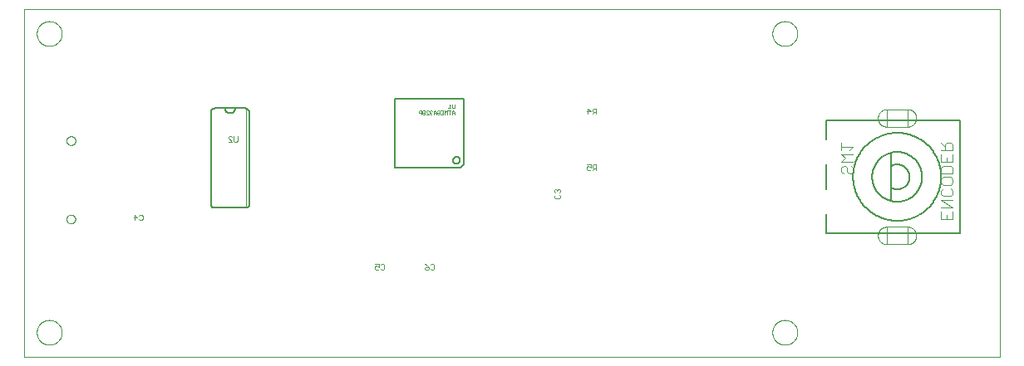
<source format=gbo>
G75*
%MOIN*%
%OFA0B0*%
%FSLAX25Y25*%
%IPPOS*%
%LPD*%
%AMOC8*
5,1,8,0,0,1.08239X$1,22.5*
%
%ADD10C,0.00000*%
%ADD11C,0.00600*%
%ADD12C,0.00200*%
%ADD13C,0.00100*%
%ADD14C,0.00800*%
%ADD15C,0.00400*%
D10*
X0001600Y0001600D02*
X0001600Y0141561D01*
X0392801Y0141561D01*
X0392801Y0001600D01*
X0001600Y0001600D01*
X0006600Y0011600D02*
X0006602Y0011741D01*
X0006608Y0011882D01*
X0006618Y0012022D01*
X0006632Y0012162D01*
X0006650Y0012302D01*
X0006671Y0012441D01*
X0006697Y0012580D01*
X0006726Y0012718D01*
X0006760Y0012854D01*
X0006797Y0012990D01*
X0006838Y0013125D01*
X0006883Y0013259D01*
X0006932Y0013391D01*
X0006984Y0013522D01*
X0007040Y0013651D01*
X0007100Y0013778D01*
X0007163Y0013904D01*
X0007229Y0014028D01*
X0007300Y0014151D01*
X0007373Y0014271D01*
X0007450Y0014389D01*
X0007530Y0014505D01*
X0007614Y0014618D01*
X0007700Y0014729D01*
X0007790Y0014838D01*
X0007883Y0014944D01*
X0007978Y0015047D01*
X0008077Y0015148D01*
X0008178Y0015246D01*
X0008282Y0015341D01*
X0008389Y0015433D01*
X0008498Y0015522D01*
X0008610Y0015607D01*
X0008724Y0015690D01*
X0008840Y0015770D01*
X0008959Y0015846D01*
X0009080Y0015918D01*
X0009202Y0015988D01*
X0009327Y0016053D01*
X0009453Y0016116D01*
X0009581Y0016174D01*
X0009711Y0016229D01*
X0009842Y0016281D01*
X0009975Y0016328D01*
X0010109Y0016372D01*
X0010244Y0016413D01*
X0010380Y0016449D01*
X0010517Y0016481D01*
X0010655Y0016510D01*
X0010793Y0016535D01*
X0010933Y0016555D01*
X0011073Y0016572D01*
X0011213Y0016585D01*
X0011354Y0016594D01*
X0011494Y0016599D01*
X0011635Y0016600D01*
X0011776Y0016597D01*
X0011917Y0016590D01*
X0012057Y0016579D01*
X0012197Y0016564D01*
X0012337Y0016545D01*
X0012476Y0016523D01*
X0012614Y0016496D01*
X0012752Y0016466D01*
X0012888Y0016431D01*
X0013024Y0016393D01*
X0013158Y0016351D01*
X0013292Y0016305D01*
X0013424Y0016256D01*
X0013554Y0016202D01*
X0013683Y0016145D01*
X0013810Y0016085D01*
X0013936Y0016021D01*
X0014059Y0015953D01*
X0014181Y0015882D01*
X0014301Y0015808D01*
X0014418Y0015730D01*
X0014533Y0015649D01*
X0014646Y0015565D01*
X0014757Y0015478D01*
X0014865Y0015387D01*
X0014970Y0015294D01*
X0015073Y0015197D01*
X0015173Y0015098D01*
X0015270Y0014996D01*
X0015364Y0014891D01*
X0015455Y0014784D01*
X0015543Y0014674D01*
X0015628Y0014562D01*
X0015710Y0014447D01*
X0015789Y0014330D01*
X0015864Y0014211D01*
X0015936Y0014090D01*
X0016004Y0013967D01*
X0016069Y0013842D01*
X0016131Y0013715D01*
X0016188Y0013586D01*
X0016243Y0013456D01*
X0016293Y0013325D01*
X0016340Y0013192D01*
X0016383Y0013058D01*
X0016422Y0012922D01*
X0016457Y0012786D01*
X0016489Y0012649D01*
X0016516Y0012511D01*
X0016540Y0012372D01*
X0016560Y0012232D01*
X0016576Y0012092D01*
X0016588Y0011952D01*
X0016596Y0011811D01*
X0016600Y0011670D01*
X0016600Y0011530D01*
X0016596Y0011389D01*
X0016588Y0011248D01*
X0016576Y0011108D01*
X0016560Y0010968D01*
X0016540Y0010828D01*
X0016516Y0010689D01*
X0016489Y0010551D01*
X0016457Y0010414D01*
X0016422Y0010278D01*
X0016383Y0010142D01*
X0016340Y0010008D01*
X0016293Y0009875D01*
X0016243Y0009744D01*
X0016188Y0009614D01*
X0016131Y0009485D01*
X0016069Y0009358D01*
X0016004Y0009233D01*
X0015936Y0009110D01*
X0015864Y0008989D01*
X0015789Y0008870D01*
X0015710Y0008753D01*
X0015628Y0008638D01*
X0015543Y0008526D01*
X0015455Y0008416D01*
X0015364Y0008309D01*
X0015270Y0008204D01*
X0015173Y0008102D01*
X0015073Y0008003D01*
X0014970Y0007906D01*
X0014865Y0007813D01*
X0014757Y0007722D01*
X0014646Y0007635D01*
X0014533Y0007551D01*
X0014418Y0007470D01*
X0014301Y0007392D01*
X0014181Y0007318D01*
X0014059Y0007247D01*
X0013936Y0007179D01*
X0013810Y0007115D01*
X0013683Y0007055D01*
X0013554Y0006998D01*
X0013424Y0006944D01*
X0013292Y0006895D01*
X0013158Y0006849D01*
X0013024Y0006807D01*
X0012888Y0006769D01*
X0012752Y0006734D01*
X0012614Y0006704D01*
X0012476Y0006677D01*
X0012337Y0006655D01*
X0012197Y0006636D01*
X0012057Y0006621D01*
X0011917Y0006610D01*
X0011776Y0006603D01*
X0011635Y0006600D01*
X0011494Y0006601D01*
X0011354Y0006606D01*
X0011213Y0006615D01*
X0011073Y0006628D01*
X0010933Y0006645D01*
X0010793Y0006665D01*
X0010655Y0006690D01*
X0010517Y0006719D01*
X0010380Y0006751D01*
X0010244Y0006787D01*
X0010109Y0006828D01*
X0009975Y0006872D01*
X0009842Y0006919D01*
X0009711Y0006971D01*
X0009581Y0007026D01*
X0009453Y0007084D01*
X0009327Y0007147D01*
X0009202Y0007212D01*
X0009080Y0007282D01*
X0008959Y0007354D01*
X0008840Y0007430D01*
X0008724Y0007510D01*
X0008610Y0007593D01*
X0008498Y0007678D01*
X0008389Y0007767D01*
X0008282Y0007859D01*
X0008178Y0007954D01*
X0008077Y0008052D01*
X0007978Y0008153D01*
X0007883Y0008256D01*
X0007790Y0008362D01*
X0007700Y0008471D01*
X0007614Y0008582D01*
X0007530Y0008695D01*
X0007450Y0008811D01*
X0007373Y0008929D01*
X0007300Y0009049D01*
X0007229Y0009172D01*
X0007163Y0009296D01*
X0007100Y0009422D01*
X0007040Y0009549D01*
X0006984Y0009678D01*
X0006932Y0009809D01*
X0006883Y0009941D01*
X0006838Y0010075D01*
X0006797Y0010210D01*
X0006760Y0010346D01*
X0006726Y0010482D01*
X0006697Y0010620D01*
X0006671Y0010759D01*
X0006650Y0010898D01*
X0006632Y0011038D01*
X0006618Y0011178D01*
X0006608Y0011318D01*
X0006602Y0011459D01*
X0006600Y0011600D01*
X0018489Y0057092D02*
X0018491Y0057176D01*
X0018497Y0057259D01*
X0018507Y0057342D01*
X0018521Y0057425D01*
X0018538Y0057507D01*
X0018560Y0057588D01*
X0018585Y0057667D01*
X0018614Y0057746D01*
X0018647Y0057823D01*
X0018683Y0057898D01*
X0018723Y0057972D01*
X0018766Y0058044D01*
X0018813Y0058113D01*
X0018863Y0058180D01*
X0018916Y0058245D01*
X0018972Y0058307D01*
X0019030Y0058367D01*
X0019092Y0058424D01*
X0019156Y0058477D01*
X0019223Y0058528D01*
X0019292Y0058575D01*
X0019363Y0058620D01*
X0019436Y0058660D01*
X0019511Y0058697D01*
X0019588Y0058731D01*
X0019666Y0058761D01*
X0019745Y0058787D01*
X0019826Y0058810D01*
X0019908Y0058828D01*
X0019990Y0058843D01*
X0020073Y0058854D01*
X0020156Y0058861D01*
X0020240Y0058864D01*
X0020324Y0058863D01*
X0020407Y0058858D01*
X0020491Y0058849D01*
X0020573Y0058836D01*
X0020655Y0058820D01*
X0020736Y0058799D01*
X0020817Y0058775D01*
X0020895Y0058747D01*
X0020973Y0058715D01*
X0021049Y0058679D01*
X0021123Y0058640D01*
X0021195Y0058598D01*
X0021265Y0058552D01*
X0021333Y0058503D01*
X0021398Y0058451D01*
X0021461Y0058396D01*
X0021521Y0058338D01*
X0021579Y0058277D01*
X0021633Y0058213D01*
X0021685Y0058147D01*
X0021733Y0058079D01*
X0021778Y0058008D01*
X0021819Y0057935D01*
X0021858Y0057861D01*
X0021892Y0057785D01*
X0021923Y0057707D01*
X0021950Y0057628D01*
X0021974Y0057547D01*
X0021993Y0057466D01*
X0022009Y0057384D01*
X0022021Y0057301D01*
X0022029Y0057217D01*
X0022033Y0057134D01*
X0022033Y0057050D01*
X0022029Y0056967D01*
X0022021Y0056883D01*
X0022009Y0056800D01*
X0021993Y0056718D01*
X0021974Y0056637D01*
X0021950Y0056556D01*
X0021923Y0056477D01*
X0021892Y0056399D01*
X0021858Y0056323D01*
X0021819Y0056249D01*
X0021778Y0056176D01*
X0021733Y0056105D01*
X0021685Y0056037D01*
X0021633Y0055971D01*
X0021579Y0055907D01*
X0021521Y0055846D01*
X0021461Y0055788D01*
X0021398Y0055733D01*
X0021333Y0055681D01*
X0021265Y0055632D01*
X0021195Y0055586D01*
X0021123Y0055544D01*
X0021049Y0055505D01*
X0020973Y0055469D01*
X0020895Y0055437D01*
X0020817Y0055409D01*
X0020736Y0055385D01*
X0020655Y0055364D01*
X0020573Y0055348D01*
X0020491Y0055335D01*
X0020407Y0055326D01*
X0020324Y0055321D01*
X0020240Y0055320D01*
X0020156Y0055323D01*
X0020073Y0055330D01*
X0019990Y0055341D01*
X0019908Y0055356D01*
X0019826Y0055374D01*
X0019745Y0055397D01*
X0019666Y0055423D01*
X0019588Y0055453D01*
X0019511Y0055487D01*
X0019436Y0055524D01*
X0019363Y0055564D01*
X0019292Y0055609D01*
X0019223Y0055656D01*
X0019156Y0055707D01*
X0019092Y0055760D01*
X0019030Y0055817D01*
X0018972Y0055877D01*
X0018916Y0055939D01*
X0018863Y0056004D01*
X0018813Y0056071D01*
X0018766Y0056140D01*
X0018723Y0056212D01*
X0018683Y0056286D01*
X0018647Y0056361D01*
X0018614Y0056438D01*
X0018585Y0056517D01*
X0018560Y0056596D01*
X0018538Y0056677D01*
X0018521Y0056759D01*
X0018507Y0056842D01*
X0018497Y0056925D01*
X0018491Y0057008D01*
X0018489Y0057092D01*
X0018489Y0088588D02*
X0018491Y0088672D01*
X0018497Y0088755D01*
X0018507Y0088838D01*
X0018521Y0088921D01*
X0018538Y0089003D01*
X0018560Y0089084D01*
X0018585Y0089163D01*
X0018614Y0089242D01*
X0018647Y0089319D01*
X0018683Y0089394D01*
X0018723Y0089468D01*
X0018766Y0089540D01*
X0018813Y0089609D01*
X0018863Y0089676D01*
X0018916Y0089741D01*
X0018972Y0089803D01*
X0019030Y0089863D01*
X0019092Y0089920D01*
X0019156Y0089973D01*
X0019223Y0090024D01*
X0019292Y0090071D01*
X0019363Y0090116D01*
X0019436Y0090156D01*
X0019511Y0090193D01*
X0019588Y0090227D01*
X0019666Y0090257D01*
X0019745Y0090283D01*
X0019826Y0090306D01*
X0019908Y0090324D01*
X0019990Y0090339D01*
X0020073Y0090350D01*
X0020156Y0090357D01*
X0020240Y0090360D01*
X0020324Y0090359D01*
X0020407Y0090354D01*
X0020491Y0090345D01*
X0020573Y0090332D01*
X0020655Y0090316D01*
X0020736Y0090295D01*
X0020817Y0090271D01*
X0020895Y0090243D01*
X0020973Y0090211D01*
X0021049Y0090175D01*
X0021123Y0090136D01*
X0021195Y0090094D01*
X0021265Y0090048D01*
X0021333Y0089999D01*
X0021398Y0089947D01*
X0021461Y0089892D01*
X0021521Y0089834D01*
X0021579Y0089773D01*
X0021633Y0089709D01*
X0021685Y0089643D01*
X0021733Y0089575D01*
X0021778Y0089504D01*
X0021819Y0089431D01*
X0021858Y0089357D01*
X0021892Y0089281D01*
X0021923Y0089203D01*
X0021950Y0089124D01*
X0021974Y0089043D01*
X0021993Y0088962D01*
X0022009Y0088880D01*
X0022021Y0088797D01*
X0022029Y0088713D01*
X0022033Y0088630D01*
X0022033Y0088546D01*
X0022029Y0088463D01*
X0022021Y0088379D01*
X0022009Y0088296D01*
X0021993Y0088214D01*
X0021974Y0088133D01*
X0021950Y0088052D01*
X0021923Y0087973D01*
X0021892Y0087895D01*
X0021858Y0087819D01*
X0021819Y0087745D01*
X0021778Y0087672D01*
X0021733Y0087601D01*
X0021685Y0087533D01*
X0021633Y0087467D01*
X0021579Y0087403D01*
X0021521Y0087342D01*
X0021461Y0087284D01*
X0021398Y0087229D01*
X0021333Y0087177D01*
X0021265Y0087128D01*
X0021195Y0087082D01*
X0021123Y0087040D01*
X0021049Y0087001D01*
X0020973Y0086965D01*
X0020895Y0086933D01*
X0020817Y0086905D01*
X0020736Y0086881D01*
X0020655Y0086860D01*
X0020573Y0086844D01*
X0020491Y0086831D01*
X0020407Y0086822D01*
X0020324Y0086817D01*
X0020240Y0086816D01*
X0020156Y0086819D01*
X0020073Y0086826D01*
X0019990Y0086837D01*
X0019908Y0086852D01*
X0019826Y0086870D01*
X0019745Y0086893D01*
X0019666Y0086919D01*
X0019588Y0086949D01*
X0019511Y0086983D01*
X0019436Y0087020D01*
X0019363Y0087060D01*
X0019292Y0087105D01*
X0019223Y0087152D01*
X0019156Y0087203D01*
X0019092Y0087256D01*
X0019030Y0087313D01*
X0018972Y0087373D01*
X0018916Y0087435D01*
X0018863Y0087500D01*
X0018813Y0087567D01*
X0018766Y0087636D01*
X0018723Y0087708D01*
X0018683Y0087782D01*
X0018647Y0087857D01*
X0018614Y0087934D01*
X0018585Y0088013D01*
X0018560Y0088092D01*
X0018538Y0088173D01*
X0018521Y0088255D01*
X0018507Y0088338D01*
X0018497Y0088421D01*
X0018491Y0088504D01*
X0018489Y0088588D01*
X0006600Y0131600D02*
X0006602Y0131741D01*
X0006608Y0131882D01*
X0006618Y0132022D01*
X0006632Y0132162D01*
X0006650Y0132302D01*
X0006671Y0132441D01*
X0006697Y0132580D01*
X0006726Y0132718D01*
X0006760Y0132854D01*
X0006797Y0132990D01*
X0006838Y0133125D01*
X0006883Y0133259D01*
X0006932Y0133391D01*
X0006984Y0133522D01*
X0007040Y0133651D01*
X0007100Y0133778D01*
X0007163Y0133904D01*
X0007229Y0134028D01*
X0007300Y0134151D01*
X0007373Y0134271D01*
X0007450Y0134389D01*
X0007530Y0134505D01*
X0007614Y0134618D01*
X0007700Y0134729D01*
X0007790Y0134838D01*
X0007883Y0134944D01*
X0007978Y0135047D01*
X0008077Y0135148D01*
X0008178Y0135246D01*
X0008282Y0135341D01*
X0008389Y0135433D01*
X0008498Y0135522D01*
X0008610Y0135607D01*
X0008724Y0135690D01*
X0008840Y0135770D01*
X0008959Y0135846D01*
X0009080Y0135918D01*
X0009202Y0135988D01*
X0009327Y0136053D01*
X0009453Y0136116D01*
X0009581Y0136174D01*
X0009711Y0136229D01*
X0009842Y0136281D01*
X0009975Y0136328D01*
X0010109Y0136372D01*
X0010244Y0136413D01*
X0010380Y0136449D01*
X0010517Y0136481D01*
X0010655Y0136510D01*
X0010793Y0136535D01*
X0010933Y0136555D01*
X0011073Y0136572D01*
X0011213Y0136585D01*
X0011354Y0136594D01*
X0011494Y0136599D01*
X0011635Y0136600D01*
X0011776Y0136597D01*
X0011917Y0136590D01*
X0012057Y0136579D01*
X0012197Y0136564D01*
X0012337Y0136545D01*
X0012476Y0136523D01*
X0012614Y0136496D01*
X0012752Y0136466D01*
X0012888Y0136431D01*
X0013024Y0136393D01*
X0013158Y0136351D01*
X0013292Y0136305D01*
X0013424Y0136256D01*
X0013554Y0136202D01*
X0013683Y0136145D01*
X0013810Y0136085D01*
X0013936Y0136021D01*
X0014059Y0135953D01*
X0014181Y0135882D01*
X0014301Y0135808D01*
X0014418Y0135730D01*
X0014533Y0135649D01*
X0014646Y0135565D01*
X0014757Y0135478D01*
X0014865Y0135387D01*
X0014970Y0135294D01*
X0015073Y0135197D01*
X0015173Y0135098D01*
X0015270Y0134996D01*
X0015364Y0134891D01*
X0015455Y0134784D01*
X0015543Y0134674D01*
X0015628Y0134562D01*
X0015710Y0134447D01*
X0015789Y0134330D01*
X0015864Y0134211D01*
X0015936Y0134090D01*
X0016004Y0133967D01*
X0016069Y0133842D01*
X0016131Y0133715D01*
X0016188Y0133586D01*
X0016243Y0133456D01*
X0016293Y0133325D01*
X0016340Y0133192D01*
X0016383Y0133058D01*
X0016422Y0132922D01*
X0016457Y0132786D01*
X0016489Y0132649D01*
X0016516Y0132511D01*
X0016540Y0132372D01*
X0016560Y0132232D01*
X0016576Y0132092D01*
X0016588Y0131952D01*
X0016596Y0131811D01*
X0016600Y0131670D01*
X0016600Y0131530D01*
X0016596Y0131389D01*
X0016588Y0131248D01*
X0016576Y0131108D01*
X0016560Y0130968D01*
X0016540Y0130828D01*
X0016516Y0130689D01*
X0016489Y0130551D01*
X0016457Y0130414D01*
X0016422Y0130278D01*
X0016383Y0130142D01*
X0016340Y0130008D01*
X0016293Y0129875D01*
X0016243Y0129744D01*
X0016188Y0129614D01*
X0016131Y0129485D01*
X0016069Y0129358D01*
X0016004Y0129233D01*
X0015936Y0129110D01*
X0015864Y0128989D01*
X0015789Y0128870D01*
X0015710Y0128753D01*
X0015628Y0128638D01*
X0015543Y0128526D01*
X0015455Y0128416D01*
X0015364Y0128309D01*
X0015270Y0128204D01*
X0015173Y0128102D01*
X0015073Y0128003D01*
X0014970Y0127906D01*
X0014865Y0127813D01*
X0014757Y0127722D01*
X0014646Y0127635D01*
X0014533Y0127551D01*
X0014418Y0127470D01*
X0014301Y0127392D01*
X0014181Y0127318D01*
X0014059Y0127247D01*
X0013936Y0127179D01*
X0013810Y0127115D01*
X0013683Y0127055D01*
X0013554Y0126998D01*
X0013424Y0126944D01*
X0013292Y0126895D01*
X0013158Y0126849D01*
X0013024Y0126807D01*
X0012888Y0126769D01*
X0012752Y0126734D01*
X0012614Y0126704D01*
X0012476Y0126677D01*
X0012337Y0126655D01*
X0012197Y0126636D01*
X0012057Y0126621D01*
X0011917Y0126610D01*
X0011776Y0126603D01*
X0011635Y0126600D01*
X0011494Y0126601D01*
X0011354Y0126606D01*
X0011213Y0126615D01*
X0011073Y0126628D01*
X0010933Y0126645D01*
X0010793Y0126665D01*
X0010655Y0126690D01*
X0010517Y0126719D01*
X0010380Y0126751D01*
X0010244Y0126787D01*
X0010109Y0126828D01*
X0009975Y0126872D01*
X0009842Y0126919D01*
X0009711Y0126971D01*
X0009581Y0127026D01*
X0009453Y0127084D01*
X0009327Y0127147D01*
X0009202Y0127212D01*
X0009080Y0127282D01*
X0008959Y0127354D01*
X0008840Y0127430D01*
X0008724Y0127510D01*
X0008610Y0127593D01*
X0008498Y0127678D01*
X0008389Y0127767D01*
X0008282Y0127859D01*
X0008178Y0127954D01*
X0008077Y0128052D01*
X0007978Y0128153D01*
X0007883Y0128256D01*
X0007790Y0128362D01*
X0007700Y0128471D01*
X0007614Y0128582D01*
X0007530Y0128695D01*
X0007450Y0128811D01*
X0007373Y0128929D01*
X0007300Y0129049D01*
X0007229Y0129172D01*
X0007163Y0129296D01*
X0007100Y0129422D01*
X0007040Y0129549D01*
X0006984Y0129678D01*
X0006932Y0129809D01*
X0006883Y0129941D01*
X0006838Y0130075D01*
X0006797Y0130210D01*
X0006760Y0130346D01*
X0006726Y0130482D01*
X0006697Y0130620D01*
X0006671Y0130759D01*
X0006650Y0130898D01*
X0006632Y0131038D01*
X0006618Y0131178D01*
X0006608Y0131318D01*
X0006602Y0131459D01*
X0006600Y0131600D01*
X0301600Y0131600D02*
X0301602Y0131741D01*
X0301608Y0131882D01*
X0301618Y0132022D01*
X0301632Y0132162D01*
X0301650Y0132302D01*
X0301671Y0132441D01*
X0301697Y0132580D01*
X0301726Y0132718D01*
X0301760Y0132854D01*
X0301797Y0132990D01*
X0301838Y0133125D01*
X0301883Y0133259D01*
X0301932Y0133391D01*
X0301984Y0133522D01*
X0302040Y0133651D01*
X0302100Y0133778D01*
X0302163Y0133904D01*
X0302229Y0134028D01*
X0302300Y0134151D01*
X0302373Y0134271D01*
X0302450Y0134389D01*
X0302530Y0134505D01*
X0302614Y0134618D01*
X0302700Y0134729D01*
X0302790Y0134838D01*
X0302883Y0134944D01*
X0302978Y0135047D01*
X0303077Y0135148D01*
X0303178Y0135246D01*
X0303282Y0135341D01*
X0303389Y0135433D01*
X0303498Y0135522D01*
X0303610Y0135607D01*
X0303724Y0135690D01*
X0303840Y0135770D01*
X0303959Y0135846D01*
X0304080Y0135918D01*
X0304202Y0135988D01*
X0304327Y0136053D01*
X0304453Y0136116D01*
X0304581Y0136174D01*
X0304711Y0136229D01*
X0304842Y0136281D01*
X0304975Y0136328D01*
X0305109Y0136372D01*
X0305244Y0136413D01*
X0305380Y0136449D01*
X0305517Y0136481D01*
X0305655Y0136510D01*
X0305793Y0136535D01*
X0305933Y0136555D01*
X0306073Y0136572D01*
X0306213Y0136585D01*
X0306354Y0136594D01*
X0306494Y0136599D01*
X0306635Y0136600D01*
X0306776Y0136597D01*
X0306917Y0136590D01*
X0307057Y0136579D01*
X0307197Y0136564D01*
X0307337Y0136545D01*
X0307476Y0136523D01*
X0307614Y0136496D01*
X0307752Y0136466D01*
X0307888Y0136431D01*
X0308024Y0136393D01*
X0308158Y0136351D01*
X0308292Y0136305D01*
X0308424Y0136256D01*
X0308554Y0136202D01*
X0308683Y0136145D01*
X0308810Y0136085D01*
X0308936Y0136021D01*
X0309059Y0135953D01*
X0309181Y0135882D01*
X0309301Y0135808D01*
X0309418Y0135730D01*
X0309533Y0135649D01*
X0309646Y0135565D01*
X0309757Y0135478D01*
X0309865Y0135387D01*
X0309970Y0135294D01*
X0310073Y0135197D01*
X0310173Y0135098D01*
X0310270Y0134996D01*
X0310364Y0134891D01*
X0310455Y0134784D01*
X0310543Y0134674D01*
X0310628Y0134562D01*
X0310710Y0134447D01*
X0310789Y0134330D01*
X0310864Y0134211D01*
X0310936Y0134090D01*
X0311004Y0133967D01*
X0311069Y0133842D01*
X0311131Y0133715D01*
X0311188Y0133586D01*
X0311243Y0133456D01*
X0311293Y0133325D01*
X0311340Y0133192D01*
X0311383Y0133058D01*
X0311422Y0132922D01*
X0311457Y0132786D01*
X0311489Y0132649D01*
X0311516Y0132511D01*
X0311540Y0132372D01*
X0311560Y0132232D01*
X0311576Y0132092D01*
X0311588Y0131952D01*
X0311596Y0131811D01*
X0311600Y0131670D01*
X0311600Y0131530D01*
X0311596Y0131389D01*
X0311588Y0131248D01*
X0311576Y0131108D01*
X0311560Y0130968D01*
X0311540Y0130828D01*
X0311516Y0130689D01*
X0311489Y0130551D01*
X0311457Y0130414D01*
X0311422Y0130278D01*
X0311383Y0130142D01*
X0311340Y0130008D01*
X0311293Y0129875D01*
X0311243Y0129744D01*
X0311188Y0129614D01*
X0311131Y0129485D01*
X0311069Y0129358D01*
X0311004Y0129233D01*
X0310936Y0129110D01*
X0310864Y0128989D01*
X0310789Y0128870D01*
X0310710Y0128753D01*
X0310628Y0128638D01*
X0310543Y0128526D01*
X0310455Y0128416D01*
X0310364Y0128309D01*
X0310270Y0128204D01*
X0310173Y0128102D01*
X0310073Y0128003D01*
X0309970Y0127906D01*
X0309865Y0127813D01*
X0309757Y0127722D01*
X0309646Y0127635D01*
X0309533Y0127551D01*
X0309418Y0127470D01*
X0309301Y0127392D01*
X0309181Y0127318D01*
X0309059Y0127247D01*
X0308936Y0127179D01*
X0308810Y0127115D01*
X0308683Y0127055D01*
X0308554Y0126998D01*
X0308424Y0126944D01*
X0308292Y0126895D01*
X0308158Y0126849D01*
X0308024Y0126807D01*
X0307888Y0126769D01*
X0307752Y0126734D01*
X0307614Y0126704D01*
X0307476Y0126677D01*
X0307337Y0126655D01*
X0307197Y0126636D01*
X0307057Y0126621D01*
X0306917Y0126610D01*
X0306776Y0126603D01*
X0306635Y0126600D01*
X0306494Y0126601D01*
X0306354Y0126606D01*
X0306213Y0126615D01*
X0306073Y0126628D01*
X0305933Y0126645D01*
X0305793Y0126665D01*
X0305655Y0126690D01*
X0305517Y0126719D01*
X0305380Y0126751D01*
X0305244Y0126787D01*
X0305109Y0126828D01*
X0304975Y0126872D01*
X0304842Y0126919D01*
X0304711Y0126971D01*
X0304581Y0127026D01*
X0304453Y0127084D01*
X0304327Y0127147D01*
X0304202Y0127212D01*
X0304080Y0127282D01*
X0303959Y0127354D01*
X0303840Y0127430D01*
X0303724Y0127510D01*
X0303610Y0127593D01*
X0303498Y0127678D01*
X0303389Y0127767D01*
X0303282Y0127859D01*
X0303178Y0127954D01*
X0303077Y0128052D01*
X0302978Y0128153D01*
X0302883Y0128256D01*
X0302790Y0128362D01*
X0302700Y0128471D01*
X0302614Y0128582D01*
X0302530Y0128695D01*
X0302450Y0128811D01*
X0302373Y0128929D01*
X0302300Y0129049D01*
X0302229Y0129172D01*
X0302163Y0129296D01*
X0302100Y0129422D01*
X0302040Y0129549D01*
X0301984Y0129678D01*
X0301932Y0129809D01*
X0301883Y0129941D01*
X0301838Y0130075D01*
X0301797Y0130210D01*
X0301760Y0130346D01*
X0301726Y0130482D01*
X0301697Y0130620D01*
X0301671Y0130759D01*
X0301650Y0130898D01*
X0301632Y0131038D01*
X0301618Y0131178D01*
X0301608Y0131318D01*
X0301602Y0131459D01*
X0301600Y0131600D01*
X0347466Y0101265D02*
X0355734Y0101265D01*
X0347466Y0101265D01*
X0347466Y0094179D01*
X0355734Y0094179D01*
X0355734Y0101265D01*
X0355851Y0101263D01*
X0355968Y0101257D01*
X0356085Y0101248D01*
X0356201Y0101234D01*
X0356317Y0101217D01*
X0356432Y0101195D01*
X0356547Y0101170D01*
X0356660Y0101142D01*
X0356773Y0101109D01*
X0356884Y0101073D01*
X0356995Y0101033D01*
X0357103Y0100990D01*
X0357211Y0100943D01*
X0357316Y0100892D01*
X0357420Y0100838D01*
X0357522Y0100781D01*
X0357623Y0100720D01*
X0357721Y0100656D01*
X0357817Y0100588D01*
X0357910Y0100518D01*
X0358001Y0100444D01*
X0358090Y0100368D01*
X0358176Y0100289D01*
X0358260Y0100206D01*
X0358341Y0100122D01*
X0358419Y0100034D01*
X0358494Y0099944D01*
X0358566Y0099852D01*
X0358634Y0099757D01*
X0358700Y0099660D01*
X0358763Y0099561D01*
X0358822Y0099460D01*
X0358877Y0099357D01*
X0358930Y0099252D01*
X0358979Y0099145D01*
X0359024Y0099037D01*
X0359066Y0098928D01*
X0359104Y0098817D01*
X0359138Y0098705D01*
X0359169Y0098592D01*
X0359195Y0098478D01*
X0359219Y0098363D01*
X0359238Y0098247D01*
X0359253Y0098131D01*
X0359265Y0098015D01*
X0359273Y0097898D01*
X0359277Y0097781D01*
X0359277Y0097663D01*
X0359273Y0097546D01*
X0359265Y0097429D01*
X0359253Y0097313D01*
X0359238Y0097197D01*
X0359219Y0097081D01*
X0359195Y0096966D01*
X0359169Y0096852D01*
X0359138Y0096739D01*
X0359104Y0096627D01*
X0359066Y0096516D01*
X0359024Y0096407D01*
X0358979Y0096299D01*
X0358930Y0096192D01*
X0358877Y0096087D01*
X0358822Y0095984D01*
X0358763Y0095883D01*
X0358700Y0095784D01*
X0358634Y0095687D01*
X0358566Y0095592D01*
X0358494Y0095500D01*
X0358419Y0095410D01*
X0358341Y0095322D01*
X0358260Y0095238D01*
X0358176Y0095155D01*
X0358090Y0095076D01*
X0358001Y0095000D01*
X0357910Y0094926D01*
X0357817Y0094856D01*
X0357721Y0094788D01*
X0357623Y0094724D01*
X0357522Y0094663D01*
X0357420Y0094606D01*
X0357316Y0094552D01*
X0357211Y0094501D01*
X0357103Y0094454D01*
X0356995Y0094411D01*
X0356884Y0094371D01*
X0356773Y0094335D01*
X0356660Y0094302D01*
X0356547Y0094274D01*
X0356432Y0094249D01*
X0356317Y0094227D01*
X0356201Y0094210D01*
X0356085Y0094196D01*
X0355968Y0094187D01*
X0355851Y0094181D01*
X0355734Y0094179D01*
X0347466Y0094179D01*
X0347349Y0094181D01*
X0347232Y0094187D01*
X0347115Y0094196D01*
X0346999Y0094210D01*
X0346883Y0094227D01*
X0346768Y0094249D01*
X0346653Y0094274D01*
X0346540Y0094302D01*
X0346427Y0094335D01*
X0346316Y0094371D01*
X0346205Y0094411D01*
X0346097Y0094454D01*
X0345989Y0094501D01*
X0345884Y0094552D01*
X0345780Y0094606D01*
X0345678Y0094663D01*
X0345577Y0094724D01*
X0345479Y0094788D01*
X0345383Y0094856D01*
X0345290Y0094926D01*
X0345199Y0095000D01*
X0345110Y0095076D01*
X0345024Y0095155D01*
X0344940Y0095238D01*
X0344859Y0095322D01*
X0344781Y0095410D01*
X0344706Y0095500D01*
X0344634Y0095592D01*
X0344566Y0095687D01*
X0344500Y0095784D01*
X0344437Y0095883D01*
X0344378Y0095984D01*
X0344323Y0096087D01*
X0344270Y0096192D01*
X0344221Y0096299D01*
X0344176Y0096407D01*
X0344134Y0096516D01*
X0344096Y0096627D01*
X0344062Y0096739D01*
X0344031Y0096852D01*
X0344005Y0096966D01*
X0343981Y0097081D01*
X0343962Y0097197D01*
X0343947Y0097313D01*
X0343935Y0097429D01*
X0343927Y0097546D01*
X0343923Y0097663D01*
X0343923Y0097781D01*
X0343927Y0097898D01*
X0343935Y0098015D01*
X0343947Y0098131D01*
X0343962Y0098247D01*
X0343981Y0098363D01*
X0344005Y0098478D01*
X0344031Y0098592D01*
X0344062Y0098705D01*
X0344096Y0098817D01*
X0344134Y0098928D01*
X0344176Y0099037D01*
X0344221Y0099145D01*
X0344270Y0099252D01*
X0344323Y0099357D01*
X0344378Y0099460D01*
X0344437Y0099561D01*
X0344500Y0099660D01*
X0344566Y0099757D01*
X0344634Y0099852D01*
X0344706Y0099944D01*
X0344781Y0100034D01*
X0344859Y0100122D01*
X0344940Y0100206D01*
X0345024Y0100289D01*
X0345110Y0100368D01*
X0345199Y0100444D01*
X0345290Y0100518D01*
X0345383Y0100588D01*
X0345479Y0100656D01*
X0345577Y0100720D01*
X0345678Y0100781D01*
X0345780Y0100838D01*
X0345884Y0100892D01*
X0345989Y0100943D01*
X0346097Y0100990D01*
X0346205Y0101033D01*
X0346316Y0101073D01*
X0346427Y0101109D01*
X0346540Y0101142D01*
X0346653Y0101170D01*
X0346768Y0101195D01*
X0346883Y0101217D01*
X0346999Y0101234D01*
X0347115Y0101248D01*
X0347232Y0101257D01*
X0347349Y0101263D01*
X0347466Y0101265D01*
X0347466Y0054021D02*
X0355734Y0054021D01*
X0347466Y0054021D01*
X0347466Y0046935D01*
X0355734Y0046935D01*
X0355734Y0054021D01*
X0355851Y0054019D01*
X0355968Y0054013D01*
X0356085Y0054004D01*
X0356201Y0053990D01*
X0356317Y0053973D01*
X0356432Y0053951D01*
X0356547Y0053926D01*
X0356660Y0053898D01*
X0356773Y0053865D01*
X0356884Y0053829D01*
X0356995Y0053789D01*
X0357103Y0053746D01*
X0357211Y0053699D01*
X0357316Y0053648D01*
X0357420Y0053594D01*
X0357522Y0053537D01*
X0357623Y0053476D01*
X0357721Y0053412D01*
X0357817Y0053344D01*
X0357910Y0053274D01*
X0358001Y0053200D01*
X0358090Y0053124D01*
X0358176Y0053045D01*
X0358260Y0052962D01*
X0358341Y0052878D01*
X0358419Y0052790D01*
X0358494Y0052700D01*
X0358566Y0052608D01*
X0358634Y0052513D01*
X0358700Y0052416D01*
X0358763Y0052317D01*
X0358822Y0052216D01*
X0358877Y0052113D01*
X0358930Y0052008D01*
X0358979Y0051901D01*
X0359024Y0051793D01*
X0359066Y0051684D01*
X0359104Y0051573D01*
X0359138Y0051461D01*
X0359169Y0051348D01*
X0359195Y0051234D01*
X0359219Y0051119D01*
X0359238Y0051003D01*
X0359253Y0050887D01*
X0359265Y0050771D01*
X0359273Y0050654D01*
X0359277Y0050537D01*
X0359277Y0050419D01*
X0359273Y0050302D01*
X0359265Y0050185D01*
X0359253Y0050069D01*
X0359238Y0049953D01*
X0359219Y0049837D01*
X0359195Y0049722D01*
X0359169Y0049608D01*
X0359138Y0049495D01*
X0359104Y0049383D01*
X0359066Y0049272D01*
X0359024Y0049163D01*
X0358979Y0049055D01*
X0358930Y0048948D01*
X0358877Y0048843D01*
X0358822Y0048740D01*
X0358763Y0048639D01*
X0358700Y0048540D01*
X0358634Y0048443D01*
X0358566Y0048348D01*
X0358494Y0048256D01*
X0358419Y0048166D01*
X0358341Y0048078D01*
X0358260Y0047994D01*
X0358176Y0047911D01*
X0358090Y0047832D01*
X0358001Y0047756D01*
X0357910Y0047682D01*
X0357817Y0047612D01*
X0357721Y0047544D01*
X0357623Y0047480D01*
X0357522Y0047419D01*
X0357420Y0047362D01*
X0357316Y0047308D01*
X0357211Y0047257D01*
X0357103Y0047210D01*
X0356995Y0047167D01*
X0356884Y0047127D01*
X0356773Y0047091D01*
X0356660Y0047058D01*
X0356547Y0047030D01*
X0356432Y0047005D01*
X0356317Y0046983D01*
X0356201Y0046966D01*
X0356085Y0046952D01*
X0355968Y0046943D01*
X0355851Y0046937D01*
X0355734Y0046935D01*
X0347466Y0046935D01*
X0347349Y0046937D01*
X0347232Y0046943D01*
X0347115Y0046952D01*
X0346999Y0046966D01*
X0346883Y0046983D01*
X0346768Y0047005D01*
X0346653Y0047030D01*
X0346540Y0047058D01*
X0346427Y0047091D01*
X0346316Y0047127D01*
X0346205Y0047167D01*
X0346097Y0047210D01*
X0345989Y0047257D01*
X0345884Y0047308D01*
X0345780Y0047362D01*
X0345678Y0047419D01*
X0345577Y0047480D01*
X0345479Y0047544D01*
X0345383Y0047612D01*
X0345290Y0047682D01*
X0345199Y0047756D01*
X0345110Y0047832D01*
X0345024Y0047911D01*
X0344940Y0047994D01*
X0344859Y0048078D01*
X0344781Y0048166D01*
X0344706Y0048256D01*
X0344634Y0048348D01*
X0344566Y0048443D01*
X0344500Y0048540D01*
X0344437Y0048639D01*
X0344378Y0048740D01*
X0344323Y0048843D01*
X0344270Y0048948D01*
X0344221Y0049055D01*
X0344176Y0049163D01*
X0344134Y0049272D01*
X0344096Y0049383D01*
X0344062Y0049495D01*
X0344031Y0049608D01*
X0344005Y0049722D01*
X0343981Y0049837D01*
X0343962Y0049953D01*
X0343947Y0050069D01*
X0343935Y0050185D01*
X0343927Y0050302D01*
X0343923Y0050419D01*
X0343923Y0050537D01*
X0343927Y0050654D01*
X0343935Y0050771D01*
X0343947Y0050887D01*
X0343962Y0051003D01*
X0343981Y0051119D01*
X0344005Y0051234D01*
X0344031Y0051348D01*
X0344062Y0051461D01*
X0344096Y0051573D01*
X0344134Y0051684D01*
X0344176Y0051793D01*
X0344221Y0051901D01*
X0344270Y0052008D01*
X0344323Y0052113D01*
X0344378Y0052216D01*
X0344437Y0052317D01*
X0344500Y0052416D01*
X0344566Y0052513D01*
X0344634Y0052608D01*
X0344706Y0052700D01*
X0344781Y0052790D01*
X0344859Y0052878D01*
X0344940Y0052962D01*
X0345024Y0053045D01*
X0345110Y0053124D01*
X0345199Y0053200D01*
X0345290Y0053274D01*
X0345383Y0053344D01*
X0345479Y0053412D01*
X0345577Y0053476D01*
X0345678Y0053537D01*
X0345780Y0053594D01*
X0345884Y0053648D01*
X0345989Y0053699D01*
X0346097Y0053746D01*
X0346205Y0053789D01*
X0346316Y0053829D01*
X0346427Y0053865D01*
X0346540Y0053898D01*
X0346653Y0053926D01*
X0346768Y0053951D01*
X0346883Y0053973D01*
X0346999Y0053990D01*
X0347115Y0054004D01*
X0347232Y0054013D01*
X0347349Y0054019D01*
X0347466Y0054021D01*
X0301600Y0011600D02*
X0301602Y0011741D01*
X0301608Y0011882D01*
X0301618Y0012022D01*
X0301632Y0012162D01*
X0301650Y0012302D01*
X0301671Y0012441D01*
X0301697Y0012580D01*
X0301726Y0012718D01*
X0301760Y0012854D01*
X0301797Y0012990D01*
X0301838Y0013125D01*
X0301883Y0013259D01*
X0301932Y0013391D01*
X0301984Y0013522D01*
X0302040Y0013651D01*
X0302100Y0013778D01*
X0302163Y0013904D01*
X0302229Y0014028D01*
X0302300Y0014151D01*
X0302373Y0014271D01*
X0302450Y0014389D01*
X0302530Y0014505D01*
X0302614Y0014618D01*
X0302700Y0014729D01*
X0302790Y0014838D01*
X0302883Y0014944D01*
X0302978Y0015047D01*
X0303077Y0015148D01*
X0303178Y0015246D01*
X0303282Y0015341D01*
X0303389Y0015433D01*
X0303498Y0015522D01*
X0303610Y0015607D01*
X0303724Y0015690D01*
X0303840Y0015770D01*
X0303959Y0015846D01*
X0304080Y0015918D01*
X0304202Y0015988D01*
X0304327Y0016053D01*
X0304453Y0016116D01*
X0304581Y0016174D01*
X0304711Y0016229D01*
X0304842Y0016281D01*
X0304975Y0016328D01*
X0305109Y0016372D01*
X0305244Y0016413D01*
X0305380Y0016449D01*
X0305517Y0016481D01*
X0305655Y0016510D01*
X0305793Y0016535D01*
X0305933Y0016555D01*
X0306073Y0016572D01*
X0306213Y0016585D01*
X0306354Y0016594D01*
X0306494Y0016599D01*
X0306635Y0016600D01*
X0306776Y0016597D01*
X0306917Y0016590D01*
X0307057Y0016579D01*
X0307197Y0016564D01*
X0307337Y0016545D01*
X0307476Y0016523D01*
X0307614Y0016496D01*
X0307752Y0016466D01*
X0307888Y0016431D01*
X0308024Y0016393D01*
X0308158Y0016351D01*
X0308292Y0016305D01*
X0308424Y0016256D01*
X0308554Y0016202D01*
X0308683Y0016145D01*
X0308810Y0016085D01*
X0308936Y0016021D01*
X0309059Y0015953D01*
X0309181Y0015882D01*
X0309301Y0015808D01*
X0309418Y0015730D01*
X0309533Y0015649D01*
X0309646Y0015565D01*
X0309757Y0015478D01*
X0309865Y0015387D01*
X0309970Y0015294D01*
X0310073Y0015197D01*
X0310173Y0015098D01*
X0310270Y0014996D01*
X0310364Y0014891D01*
X0310455Y0014784D01*
X0310543Y0014674D01*
X0310628Y0014562D01*
X0310710Y0014447D01*
X0310789Y0014330D01*
X0310864Y0014211D01*
X0310936Y0014090D01*
X0311004Y0013967D01*
X0311069Y0013842D01*
X0311131Y0013715D01*
X0311188Y0013586D01*
X0311243Y0013456D01*
X0311293Y0013325D01*
X0311340Y0013192D01*
X0311383Y0013058D01*
X0311422Y0012922D01*
X0311457Y0012786D01*
X0311489Y0012649D01*
X0311516Y0012511D01*
X0311540Y0012372D01*
X0311560Y0012232D01*
X0311576Y0012092D01*
X0311588Y0011952D01*
X0311596Y0011811D01*
X0311600Y0011670D01*
X0311600Y0011530D01*
X0311596Y0011389D01*
X0311588Y0011248D01*
X0311576Y0011108D01*
X0311560Y0010968D01*
X0311540Y0010828D01*
X0311516Y0010689D01*
X0311489Y0010551D01*
X0311457Y0010414D01*
X0311422Y0010278D01*
X0311383Y0010142D01*
X0311340Y0010008D01*
X0311293Y0009875D01*
X0311243Y0009744D01*
X0311188Y0009614D01*
X0311131Y0009485D01*
X0311069Y0009358D01*
X0311004Y0009233D01*
X0310936Y0009110D01*
X0310864Y0008989D01*
X0310789Y0008870D01*
X0310710Y0008753D01*
X0310628Y0008638D01*
X0310543Y0008526D01*
X0310455Y0008416D01*
X0310364Y0008309D01*
X0310270Y0008204D01*
X0310173Y0008102D01*
X0310073Y0008003D01*
X0309970Y0007906D01*
X0309865Y0007813D01*
X0309757Y0007722D01*
X0309646Y0007635D01*
X0309533Y0007551D01*
X0309418Y0007470D01*
X0309301Y0007392D01*
X0309181Y0007318D01*
X0309059Y0007247D01*
X0308936Y0007179D01*
X0308810Y0007115D01*
X0308683Y0007055D01*
X0308554Y0006998D01*
X0308424Y0006944D01*
X0308292Y0006895D01*
X0308158Y0006849D01*
X0308024Y0006807D01*
X0307888Y0006769D01*
X0307752Y0006734D01*
X0307614Y0006704D01*
X0307476Y0006677D01*
X0307337Y0006655D01*
X0307197Y0006636D01*
X0307057Y0006621D01*
X0306917Y0006610D01*
X0306776Y0006603D01*
X0306635Y0006600D01*
X0306494Y0006601D01*
X0306354Y0006606D01*
X0306213Y0006615D01*
X0306073Y0006628D01*
X0305933Y0006645D01*
X0305793Y0006665D01*
X0305655Y0006690D01*
X0305517Y0006719D01*
X0305380Y0006751D01*
X0305244Y0006787D01*
X0305109Y0006828D01*
X0304975Y0006872D01*
X0304842Y0006919D01*
X0304711Y0006971D01*
X0304581Y0007026D01*
X0304453Y0007084D01*
X0304327Y0007147D01*
X0304202Y0007212D01*
X0304080Y0007282D01*
X0303959Y0007354D01*
X0303840Y0007430D01*
X0303724Y0007510D01*
X0303610Y0007593D01*
X0303498Y0007678D01*
X0303389Y0007767D01*
X0303282Y0007859D01*
X0303178Y0007954D01*
X0303077Y0008052D01*
X0302978Y0008153D01*
X0302883Y0008256D01*
X0302790Y0008362D01*
X0302700Y0008471D01*
X0302614Y0008582D01*
X0302530Y0008695D01*
X0302450Y0008811D01*
X0302373Y0008929D01*
X0302300Y0009049D01*
X0302229Y0009172D01*
X0302163Y0009296D01*
X0302100Y0009422D01*
X0302040Y0009549D01*
X0301984Y0009678D01*
X0301932Y0009809D01*
X0301883Y0009941D01*
X0301838Y0010075D01*
X0301797Y0010210D01*
X0301760Y0010346D01*
X0301726Y0010482D01*
X0301697Y0010620D01*
X0301671Y0010759D01*
X0301650Y0010898D01*
X0301632Y0011038D01*
X0301618Y0011178D01*
X0301608Y0011318D01*
X0301602Y0011459D01*
X0301600Y0011600D01*
D11*
X0177899Y0079198D02*
X0176502Y0077801D01*
X0150301Y0077801D01*
X0150301Y0105399D01*
X0177899Y0105399D01*
X0177899Y0079198D01*
X0173486Y0080800D02*
X0173488Y0080875D01*
X0173494Y0080949D01*
X0173504Y0081023D01*
X0173517Y0081096D01*
X0173535Y0081169D01*
X0173556Y0081240D01*
X0173581Y0081311D01*
X0173610Y0081380D01*
X0173643Y0081447D01*
X0173679Y0081512D01*
X0173718Y0081576D01*
X0173760Y0081637D01*
X0173806Y0081696D01*
X0173855Y0081753D01*
X0173907Y0081806D01*
X0173961Y0081857D01*
X0174018Y0081906D01*
X0174078Y0081950D01*
X0174140Y0081992D01*
X0174204Y0082031D01*
X0174270Y0082066D01*
X0174337Y0082097D01*
X0174407Y0082125D01*
X0174477Y0082149D01*
X0174549Y0082170D01*
X0174622Y0082186D01*
X0174695Y0082199D01*
X0174770Y0082208D01*
X0174844Y0082213D01*
X0174919Y0082214D01*
X0174993Y0082211D01*
X0175068Y0082204D01*
X0175141Y0082193D01*
X0175215Y0082179D01*
X0175287Y0082160D01*
X0175358Y0082138D01*
X0175428Y0082112D01*
X0175497Y0082082D01*
X0175563Y0082049D01*
X0175628Y0082012D01*
X0175691Y0081972D01*
X0175752Y0081928D01*
X0175810Y0081882D01*
X0175866Y0081832D01*
X0175919Y0081780D01*
X0175970Y0081725D01*
X0176017Y0081667D01*
X0176061Y0081607D01*
X0176102Y0081544D01*
X0176140Y0081480D01*
X0176174Y0081414D01*
X0176205Y0081345D01*
X0176232Y0081276D01*
X0176255Y0081205D01*
X0176274Y0081133D01*
X0176290Y0081060D01*
X0176302Y0080986D01*
X0176310Y0080912D01*
X0176314Y0080837D01*
X0176314Y0080763D01*
X0176310Y0080688D01*
X0176302Y0080614D01*
X0176290Y0080540D01*
X0176274Y0080467D01*
X0176255Y0080395D01*
X0176232Y0080324D01*
X0176205Y0080255D01*
X0176174Y0080186D01*
X0176140Y0080120D01*
X0176102Y0080056D01*
X0176061Y0079993D01*
X0176017Y0079933D01*
X0175970Y0079875D01*
X0175919Y0079820D01*
X0175866Y0079768D01*
X0175810Y0079718D01*
X0175752Y0079672D01*
X0175691Y0079628D01*
X0175628Y0079588D01*
X0175563Y0079551D01*
X0175497Y0079518D01*
X0175428Y0079488D01*
X0175358Y0079462D01*
X0175287Y0079440D01*
X0175215Y0079421D01*
X0175141Y0079407D01*
X0175068Y0079396D01*
X0174993Y0079389D01*
X0174919Y0079386D01*
X0174844Y0079387D01*
X0174770Y0079392D01*
X0174695Y0079401D01*
X0174622Y0079414D01*
X0174549Y0079430D01*
X0174477Y0079451D01*
X0174407Y0079475D01*
X0174337Y0079503D01*
X0174270Y0079534D01*
X0174204Y0079569D01*
X0174140Y0079608D01*
X0174078Y0079650D01*
X0174018Y0079694D01*
X0173961Y0079743D01*
X0173907Y0079794D01*
X0173855Y0079847D01*
X0173806Y0079904D01*
X0173760Y0079963D01*
X0173718Y0080024D01*
X0173679Y0080088D01*
X0173643Y0080153D01*
X0173610Y0080220D01*
X0173581Y0080289D01*
X0173556Y0080360D01*
X0173535Y0080431D01*
X0173517Y0080504D01*
X0173504Y0080577D01*
X0173494Y0080651D01*
X0173488Y0080725D01*
X0173486Y0080800D01*
X0091800Y0063100D02*
X0091800Y0100100D01*
X0091798Y0100176D01*
X0091792Y0100252D01*
X0091783Y0100327D01*
X0091769Y0100402D01*
X0091752Y0100476D01*
X0091731Y0100549D01*
X0091707Y0100621D01*
X0091678Y0100692D01*
X0091647Y0100761D01*
X0091612Y0100828D01*
X0091573Y0100893D01*
X0091531Y0100957D01*
X0091486Y0101018D01*
X0091438Y0101077D01*
X0091387Y0101133D01*
X0091333Y0101187D01*
X0091277Y0101238D01*
X0091218Y0101286D01*
X0091157Y0101331D01*
X0091093Y0101373D01*
X0091028Y0101412D01*
X0090961Y0101447D01*
X0090892Y0101478D01*
X0090821Y0101507D01*
X0090749Y0101531D01*
X0090676Y0101552D01*
X0090602Y0101569D01*
X0090527Y0101583D01*
X0090452Y0101592D01*
X0090376Y0101598D01*
X0090300Y0101600D01*
X0086100Y0101600D01*
X0082100Y0101600D01*
X0077900Y0101600D01*
X0077824Y0101598D01*
X0077748Y0101592D01*
X0077673Y0101583D01*
X0077598Y0101569D01*
X0077524Y0101552D01*
X0077451Y0101531D01*
X0077379Y0101507D01*
X0077308Y0101478D01*
X0077239Y0101447D01*
X0077172Y0101412D01*
X0077107Y0101373D01*
X0077043Y0101331D01*
X0076982Y0101286D01*
X0076923Y0101238D01*
X0076867Y0101187D01*
X0076813Y0101133D01*
X0076762Y0101077D01*
X0076714Y0101018D01*
X0076669Y0100957D01*
X0076627Y0100893D01*
X0076588Y0100828D01*
X0076553Y0100761D01*
X0076522Y0100692D01*
X0076493Y0100621D01*
X0076469Y0100549D01*
X0076448Y0100476D01*
X0076431Y0100402D01*
X0076417Y0100327D01*
X0076408Y0100252D01*
X0076402Y0100176D01*
X0076400Y0100100D01*
X0076400Y0063100D01*
X0076402Y0063024D01*
X0076408Y0062948D01*
X0076417Y0062873D01*
X0076431Y0062798D01*
X0076448Y0062724D01*
X0076469Y0062651D01*
X0076493Y0062579D01*
X0076522Y0062508D01*
X0076553Y0062439D01*
X0076588Y0062372D01*
X0076627Y0062307D01*
X0076669Y0062243D01*
X0076714Y0062182D01*
X0076762Y0062123D01*
X0076813Y0062067D01*
X0076867Y0062013D01*
X0076923Y0061962D01*
X0076982Y0061914D01*
X0077043Y0061869D01*
X0077107Y0061827D01*
X0077172Y0061788D01*
X0077239Y0061753D01*
X0077308Y0061722D01*
X0077379Y0061693D01*
X0077451Y0061669D01*
X0077524Y0061648D01*
X0077598Y0061631D01*
X0077673Y0061617D01*
X0077748Y0061608D01*
X0077824Y0061602D01*
X0077900Y0061600D01*
X0090300Y0061600D01*
X0090376Y0061602D01*
X0090452Y0061608D01*
X0090527Y0061617D01*
X0090602Y0061631D01*
X0090676Y0061648D01*
X0090749Y0061669D01*
X0090821Y0061693D01*
X0090892Y0061722D01*
X0090961Y0061753D01*
X0091028Y0061788D01*
X0091093Y0061827D01*
X0091157Y0061869D01*
X0091218Y0061914D01*
X0091277Y0061962D01*
X0091333Y0062013D01*
X0091387Y0062067D01*
X0091438Y0062123D01*
X0091486Y0062182D01*
X0091531Y0062243D01*
X0091573Y0062307D01*
X0091612Y0062372D01*
X0091647Y0062439D01*
X0091678Y0062508D01*
X0091707Y0062579D01*
X0091731Y0062651D01*
X0091752Y0062724D01*
X0091769Y0062798D01*
X0091783Y0062873D01*
X0091792Y0062948D01*
X0091798Y0063024D01*
X0091800Y0063100D01*
X0086100Y0101600D02*
X0086098Y0101512D01*
X0086092Y0101423D01*
X0086082Y0101335D01*
X0086069Y0101248D01*
X0086051Y0101161D01*
X0086030Y0101075D01*
X0086005Y0100990D01*
X0085976Y0100907D01*
X0085943Y0100824D01*
X0085907Y0100744D01*
X0085868Y0100665D01*
X0085825Y0100587D01*
X0085778Y0100512D01*
X0085728Y0100439D01*
X0085675Y0100368D01*
X0085619Y0100299D01*
X0085560Y0100233D01*
X0085498Y0100170D01*
X0085434Y0100110D01*
X0085367Y0100052D01*
X0085297Y0099998D01*
X0085225Y0099946D01*
X0085151Y0099898D01*
X0085074Y0099853D01*
X0084996Y0099812D01*
X0084916Y0099774D01*
X0084835Y0099740D01*
X0084752Y0099709D01*
X0084667Y0099682D01*
X0084582Y0099659D01*
X0084496Y0099640D01*
X0084408Y0099624D01*
X0084321Y0099612D01*
X0084233Y0099604D01*
X0084144Y0099600D01*
X0084056Y0099600D01*
X0083967Y0099604D01*
X0083879Y0099612D01*
X0083792Y0099624D01*
X0083704Y0099640D01*
X0083618Y0099659D01*
X0083533Y0099682D01*
X0083448Y0099709D01*
X0083365Y0099740D01*
X0083284Y0099774D01*
X0083204Y0099812D01*
X0083126Y0099853D01*
X0083049Y0099898D01*
X0082975Y0099946D01*
X0082903Y0099998D01*
X0082833Y0100052D01*
X0082766Y0100110D01*
X0082702Y0100170D01*
X0082640Y0100233D01*
X0082581Y0100299D01*
X0082525Y0100368D01*
X0082472Y0100439D01*
X0082422Y0100512D01*
X0082375Y0100587D01*
X0082332Y0100665D01*
X0082293Y0100744D01*
X0082257Y0100824D01*
X0082224Y0100907D01*
X0082195Y0100990D01*
X0082170Y0101075D01*
X0082149Y0101161D01*
X0082131Y0101248D01*
X0082118Y0101335D01*
X0082108Y0101423D01*
X0082102Y0101512D01*
X0082100Y0101600D01*
D12*
X0090400Y0101600D02*
X0090400Y0061600D01*
X0049000Y0058535D02*
X0049000Y0057067D01*
X0048633Y0056700D01*
X0047899Y0056700D01*
X0047532Y0057067D01*
X0046790Y0057801D02*
X0045322Y0057801D01*
X0045689Y0058902D02*
X0046790Y0057801D01*
X0047532Y0058535D02*
X0047899Y0058902D01*
X0048633Y0058902D01*
X0049000Y0058535D01*
X0045689Y0058902D02*
X0045689Y0056700D01*
X0083322Y0088200D02*
X0084790Y0088200D01*
X0083322Y0089668D01*
X0083322Y0090035D01*
X0083689Y0090402D01*
X0084423Y0090402D01*
X0084790Y0090035D01*
X0085532Y0090402D02*
X0085532Y0088567D01*
X0085899Y0088200D01*
X0086633Y0088200D01*
X0087000Y0088567D01*
X0087000Y0090402D01*
X0214200Y0068761D02*
X0214200Y0068027D01*
X0214567Y0067660D01*
X0214567Y0066918D02*
X0214200Y0066551D01*
X0214200Y0065817D01*
X0214567Y0065450D01*
X0216035Y0065450D01*
X0216402Y0065817D01*
X0216402Y0066551D01*
X0216035Y0066918D01*
X0216035Y0067660D02*
X0216402Y0068027D01*
X0216402Y0068761D01*
X0216035Y0069128D01*
X0215668Y0069128D01*
X0215301Y0068761D01*
X0214934Y0069128D01*
X0214567Y0069128D01*
X0214200Y0068761D01*
X0215301Y0068761D02*
X0215301Y0068394D01*
X0227242Y0077167D02*
X0227609Y0076800D01*
X0228343Y0076800D01*
X0228710Y0077167D01*
X0228710Y0077901D02*
X0227976Y0078268D01*
X0227609Y0078268D01*
X0227242Y0077901D01*
X0227242Y0077167D01*
X0228710Y0077901D02*
X0228710Y0079002D01*
X0227242Y0079002D01*
X0229452Y0078635D02*
X0229819Y0079002D01*
X0230920Y0079002D01*
X0230920Y0076800D01*
X0230920Y0077534D02*
X0229819Y0077534D01*
X0229452Y0077901D01*
X0229452Y0078635D01*
X0230186Y0077534D02*
X0229452Y0076800D01*
X0229452Y0099300D02*
X0230186Y0100034D01*
X0229819Y0100034D02*
X0230920Y0100034D01*
X0230920Y0099300D02*
X0230920Y0101502D01*
X0229819Y0101502D01*
X0229452Y0101135D01*
X0229452Y0100401D01*
X0229819Y0100034D01*
X0228710Y0100401D02*
X0227242Y0100401D01*
X0227609Y0101502D02*
X0228710Y0100401D01*
X0227609Y0099300D02*
X0227609Y0101502D01*
X0165553Y0039002D02*
X0165920Y0038635D01*
X0165920Y0037167D01*
X0165553Y0036800D01*
X0164819Y0036800D01*
X0164452Y0037167D01*
X0163710Y0037167D02*
X0163343Y0036800D01*
X0162609Y0036800D01*
X0162242Y0037167D01*
X0162242Y0037534D01*
X0162609Y0037901D01*
X0163710Y0037901D01*
X0163710Y0037167D01*
X0163710Y0037901D02*
X0162976Y0038635D01*
X0162242Y0039002D01*
X0164452Y0038635D02*
X0164819Y0039002D01*
X0165553Y0039002D01*
X0145920Y0038635D02*
X0145920Y0037167D01*
X0145553Y0036800D01*
X0144819Y0036800D01*
X0144452Y0037167D01*
X0143710Y0037167D02*
X0143343Y0036800D01*
X0142609Y0036800D01*
X0142242Y0037167D01*
X0142242Y0037901D01*
X0142609Y0038268D01*
X0142976Y0038268D01*
X0143710Y0037901D01*
X0143710Y0039002D01*
X0142242Y0039002D01*
X0144452Y0038635D02*
X0144819Y0039002D01*
X0145553Y0039002D01*
X0145920Y0038635D01*
D13*
X0160791Y0099150D02*
X0160791Y0100651D01*
X0160040Y0100651D01*
X0159790Y0100401D01*
X0159790Y0099901D01*
X0160040Y0099650D01*
X0160791Y0099650D01*
X0161263Y0099650D02*
X0161263Y0099400D01*
X0161513Y0099150D01*
X0162014Y0099150D01*
X0162264Y0099400D01*
X0162264Y0099650D01*
X0162014Y0099901D01*
X0161513Y0099901D01*
X0161263Y0099650D01*
X0161513Y0099901D02*
X0161263Y0100151D01*
X0161263Y0100401D01*
X0161513Y0100651D01*
X0162014Y0100651D01*
X0162264Y0100401D01*
X0162264Y0100151D01*
X0162014Y0099901D01*
X0162736Y0100151D02*
X0162736Y0100401D01*
X0162987Y0100651D01*
X0163487Y0100651D01*
X0163737Y0100401D01*
X0164210Y0100401D02*
X0164210Y0100151D01*
X0164460Y0099901D01*
X0164210Y0099650D01*
X0164210Y0099400D01*
X0164460Y0099150D01*
X0164960Y0099150D01*
X0165210Y0099400D01*
X0165683Y0099150D02*
X0165683Y0100151D01*
X0166183Y0100651D01*
X0166684Y0100151D01*
X0166684Y0099150D01*
X0167156Y0099400D02*
X0167156Y0099901D01*
X0167657Y0099901D01*
X0168157Y0100401D02*
X0168157Y0099400D01*
X0167907Y0099150D01*
X0167406Y0099150D01*
X0167156Y0099400D01*
X0166684Y0099901D02*
X0165683Y0099901D01*
X0165210Y0100401D02*
X0164960Y0100651D01*
X0164460Y0100651D01*
X0164210Y0100401D01*
X0164460Y0099901D02*
X0164710Y0099901D01*
X0163737Y0099150D02*
X0162736Y0100151D01*
X0162736Y0099150D02*
X0163737Y0099150D01*
X0167156Y0100401D02*
X0167406Y0100651D01*
X0167907Y0100651D01*
X0168157Y0100401D01*
X0168629Y0100651D02*
X0169630Y0100651D01*
X0169630Y0099150D01*
X0168629Y0099150D01*
X0169130Y0099901D02*
X0169630Y0099901D01*
X0170103Y0100651D02*
X0170103Y0099150D01*
X0171103Y0099150D02*
X0171103Y0100651D01*
X0170603Y0100151D01*
X0170103Y0100651D01*
X0171576Y0100651D02*
X0172577Y0100651D01*
X0172076Y0100651D02*
X0172076Y0099150D01*
X0173049Y0099150D02*
X0173049Y0100151D01*
X0173550Y0100651D01*
X0174050Y0100151D01*
X0174050Y0099150D01*
X0174050Y0099901D02*
X0173049Y0099901D01*
X0173299Y0101650D02*
X0173049Y0101900D01*
X0173049Y0103151D01*
X0172577Y0102651D02*
X0172076Y0103151D01*
X0172076Y0101650D01*
X0171576Y0101650D02*
X0172577Y0101650D01*
X0173299Y0101650D02*
X0173800Y0101650D01*
X0174050Y0101900D01*
X0174050Y0103151D01*
D14*
X0323254Y0096738D02*
X0323254Y0088962D01*
X0323254Y0096738D02*
X0376797Y0096738D01*
X0376797Y0051462D01*
X0323254Y0051462D01*
X0323254Y0059238D01*
X0323254Y0068962D02*
X0323254Y0079238D01*
X0349139Y0078431D02*
X0349139Y0069769D01*
X0349262Y0069702D01*
X0349387Y0069637D01*
X0349514Y0069577D01*
X0349643Y0069520D01*
X0349773Y0069466D01*
X0349904Y0069417D01*
X0350037Y0069371D01*
X0350171Y0069328D01*
X0350306Y0069290D01*
X0350442Y0069255D01*
X0350579Y0069225D01*
X0350717Y0069198D01*
X0350856Y0069175D01*
X0350995Y0069156D01*
X0351135Y0069141D01*
X0351275Y0069130D01*
X0351415Y0069122D01*
X0351556Y0069119D01*
X0351696Y0069120D01*
X0351836Y0069125D01*
X0351977Y0069133D01*
X0352117Y0069146D01*
X0352256Y0069162D01*
X0352395Y0069183D01*
X0352534Y0069207D01*
X0352671Y0069236D01*
X0352808Y0069268D01*
X0352944Y0069304D01*
X0353079Y0069343D01*
X0353212Y0069387D01*
X0353344Y0069434D01*
X0353475Y0069485D01*
X0353605Y0069540D01*
X0353733Y0069599D01*
X0353859Y0069661D01*
X0353983Y0069726D01*
X0354105Y0069795D01*
X0354226Y0069867D01*
X0354344Y0069943D01*
X0354460Y0070022D01*
X0354574Y0070104D01*
X0354686Y0070190D01*
X0354795Y0070278D01*
X0354901Y0070370D01*
X0355005Y0070465D01*
X0355106Y0070562D01*
X0355205Y0070663D01*
X0355300Y0070766D01*
X0355393Y0070871D01*
X0355482Y0070980D01*
X0355569Y0071090D01*
X0355652Y0071203D01*
X0355732Y0071319D01*
X0355809Y0071437D01*
X0355883Y0071556D01*
X0355953Y0071678D01*
X0356019Y0071802D01*
X0356082Y0071927D01*
X0356142Y0072055D01*
X0356198Y0072184D01*
X0356250Y0072314D01*
X0356298Y0072446D01*
X0356343Y0072579D01*
X0356384Y0072713D01*
X0356421Y0072849D01*
X0356455Y0072985D01*
X0356484Y0073123D01*
X0356510Y0073261D01*
X0356532Y0073400D01*
X0356549Y0073539D01*
X0356563Y0073679D01*
X0356573Y0073819D01*
X0356579Y0073960D01*
X0356581Y0074100D01*
X0356579Y0074240D01*
X0356573Y0074381D01*
X0356563Y0074521D01*
X0356549Y0074661D01*
X0356532Y0074800D01*
X0356510Y0074939D01*
X0356484Y0075077D01*
X0356455Y0075215D01*
X0356421Y0075351D01*
X0356384Y0075487D01*
X0356343Y0075621D01*
X0356298Y0075754D01*
X0356250Y0075886D01*
X0356198Y0076016D01*
X0356142Y0076145D01*
X0356082Y0076273D01*
X0356019Y0076398D01*
X0355953Y0076522D01*
X0355883Y0076644D01*
X0355809Y0076763D01*
X0355732Y0076881D01*
X0355652Y0076997D01*
X0355569Y0077110D01*
X0355482Y0077220D01*
X0355393Y0077329D01*
X0355300Y0077434D01*
X0355205Y0077537D01*
X0355106Y0077638D01*
X0355005Y0077735D01*
X0354901Y0077830D01*
X0354795Y0077922D01*
X0354686Y0078010D01*
X0354574Y0078096D01*
X0354460Y0078178D01*
X0354344Y0078257D01*
X0354226Y0078333D01*
X0354105Y0078405D01*
X0353983Y0078474D01*
X0353859Y0078539D01*
X0353733Y0078601D01*
X0353605Y0078660D01*
X0353475Y0078715D01*
X0353344Y0078766D01*
X0353212Y0078813D01*
X0353079Y0078857D01*
X0352944Y0078896D01*
X0352808Y0078932D01*
X0352671Y0078964D01*
X0352534Y0078993D01*
X0352395Y0079017D01*
X0352256Y0079038D01*
X0352117Y0079054D01*
X0351977Y0079067D01*
X0351836Y0079075D01*
X0351696Y0079080D01*
X0351556Y0079081D01*
X0351415Y0079078D01*
X0351275Y0079070D01*
X0351135Y0079059D01*
X0350995Y0079044D01*
X0350856Y0079025D01*
X0350717Y0079002D01*
X0350579Y0078975D01*
X0350442Y0078945D01*
X0350306Y0078910D01*
X0350171Y0078872D01*
X0350037Y0078829D01*
X0349904Y0078783D01*
X0349773Y0078734D01*
X0349643Y0078680D01*
X0349514Y0078623D01*
X0349387Y0078563D01*
X0349262Y0078498D01*
X0349139Y0078431D01*
X0341600Y0074100D02*
X0341603Y0074345D01*
X0341612Y0074591D01*
X0341627Y0074836D01*
X0341648Y0075080D01*
X0341675Y0075324D01*
X0341708Y0075567D01*
X0341747Y0075810D01*
X0341792Y0076051D01*
X0341843Y0076291D01*
X0341900Y0076530D01*
X0341962Y0076767D01*
X0342031Y0077003D01*
X0342105Y0077237D01*
X0342185Y0077469D01*
X0342270Y0077699D01*
X0342361Y0077927D01*
X0342458Y0078152D01*
X0342560Y0078376D01*
X0342668Y0078596D01*
X0342781Y0078814D01*
X0342899Y0079029D01*
X0343023Y0079241D01*
X0343151Y0079450D01*
X0343285Y0079656D01*
X0343424Y0079858D01*
X0343568Y0080057D01*
X0343717Y0080252D01*
X0343870Y0080444D01*
X0344028Y0080632D01*
X0344190Y0080816D01*
X0344358Y0080995D01*
X0344529Y0081171D01*
X0344705Y0081342D01*
X0344884Y0081510D01*
X0345068Y0081672D01*
X0345256Y0081830D01*
X0345448Y0081983D01*
X0345643Y0082132D01*
X0345842Y0082276D01*
X0346044Y0082415D01*
X0346250Y0082549D01*
X0346459Y0082677D01*
X0346671Y0082801D01*
X0346886Y0082919D01*
X0347104Y0083032D01*
X0347324Y0083140D01*
X0347548Y0083242D01*
X0347773Y0083339D01*
X0348001Y0083430D01*
X0348231Y0083515D01*
X0348463Y0083595D01*
X0348697Y0083669D01*
X0348933Y0083738D01*
X0349170Y0083800D01*
X0349409Y0083857D01*
X0349649Y0083908D01*
X0349890Y0083953D01*
X0350133Y0083992D01*
X0350376Y0084025D01*
X0350620Y0084052D01*
X0350864Y0084073D01*
X0351109Y0084088D01*
X0351355Y0084097D01*
X0351600Y0084100D01*
X0351845Y0084097D01*
X0352091Y0084088D01*
X0352336Y0084073D01*
X0352580Y0084052D01*
X0352824Y0084025D01*
X0353067Y0083992D01*
X0353310Y0083953D01*
X0353551Y0083908D01*
X0353791Y0083857D01*
X0354030Y0083800D01*
X0354267Y0083738D01*
X0354503Y0083669D01*
X0354737Y0083595D01*
X0354969Y0083515D01*
X0355199Y0083430D01*
X0355427Y0083339D01*
X0355652Y0083242D01*
X0355876Y0083140D01*
X0356096Y0083032D01*
X0356314Y0082919D01*
X0356529Y0082801D01*
X0356741Y0082677D01*
X0356950Y0082549D01*
X0357156Y0082415D01*
X0357358Y0082276D01*
X0357557Y0082132D01*
X0357752Y0081983D01*
X0357944Y0081830D01*
X0358132Y0081672D01*
X0358316Y0081510D01*
X0358495Y0081342D01*
X0358671Y0081171D01*
X0358842Y0080995D01*
X0359010Y0080816D01*
X0359172Y0080632D01*
X0359330Y0080444D01*
X0359483Y0080252D01*
X0359632Y0080057D01*
X0359776Y0079858D01*
X0359915Y0079656D01*
X0360049Y0079450D01*
X0360177Y0079241D01*
X0360301Y0079029D01*
X0360419Y0078814D01*
X0360532Y0078596D01*
X0360640Y0078376D01*
X0360742Y0078152D01*
X0360839Y0077927D01*
X0360930Y0077699D01*
X0361015Y0077469D01*
X0361095Y0077237D01*
X0361169Y0077003D01*
X0361238Y0076767D01*
X0361300Y0076530D01*
X0361357Y0076291D01*
X0361408Y0076051D01*
X0361453Y0075810D01*
X0361492Y0075567D01*
X0361525Y0075324D01*
X0361552Y0075080D01*
X0361573Y0074836D01*
X0361588Y0074591D01*
X0361597Y0074345D01*
X0361600Y0074100D01*
X0361597Y0073855D01*
X0361588Y0073609D01*
X0361573Y0073364D01*
X0361552Y0073120D01*
X0361525Y0072876D01*
X0361492Y0072633D01*
X0361453Y0072390D01*
X0361408Y0072149D01*
X0361357Y0071909D01*
X0361300Y0071670D01*
X0361238Y0071433D01*
X0361169Y0071197D01*
X0361095Y0070963D01*
X0361015Y0070731D01*
X0360930Y0070501D01*
X0360839Y0070273D01*
X0360742Y0070048D01*
X0360640Y0069824D01*
X0360532Y0069604D01*
X0360419Y0069386D01*
X0360301Y0069171D01*
X0360177Y0068959D01*
X0360049Y0068750D01*
X0359915Y0068544D01*
X0359776Y0068342D01*
X0359632Y0068143D01*
X0359483Y0067948D01*
X0359330Y0067756D01*
X0359172Y0067568D01*
X0359010Y0067384D01*
X0358842Y0067205D01*
X0358671Y0067029D01*
X0358495Y0066858D01*
X0358316Y0066690D01*
X0358132Y0066528D01*
X0357944Y0066370D01*
X0357752Y0066217D01*
X0357557Y0066068D01*
X0357358Y0065924D01*
X0357156Y0065785D01*
X0356950Y0065651D01*
X0356741Y0065523D01*
X0356529Y0065399D01*
X0356314Y0065281D01*
X0356096Y0065168D01*
X0355876Y0065060D01*
X0355652Y0064958D01*
X0355427Y0064861D01*
X0355199Y0064770D01*
X0354969Y0064685D01*
X0354737Y0064605D01*
X0354503Y0064531D01*
X0354267Y0064462D01*
X0354030Y0064400D01*
X0353791Y0064343D01*
X0353551Y0064292D01*
X0353310Y0064247D01*
X0353067Y0064208D01*
X0352824Y0064175D01*
X0352580Y0064148D01*
X0352336Y0064127D01*
X0352091Y0064112D01*
X0351845Y0064103D01*
X0351600Y0064100D01*
X0351355Y0064103D01*
X0351109Y0064112D01*
X0350864Y0064127D01*
X0350620Y0064148D01*
X0350376Y0064175D01*
X0350133Y0064208D01*
X0349890Y0064247D01*
X0349649Y0064292D01*
X0349409Y0064343D01*
X0349170Y0064400D01*
X0348933Y0064462D01*
X0348697Y0064531D01*
X0348463Y0064605D01*
X0348231Y0064685D01*
X0348001Y0064770D01*
X0347773Y0064861D01*
X0347548Y0064958D01*
X0347324Y0065060D01*
X0347104Y0065168D01*
X0346886Y0065281D01*
X0346671Y0065399D01*
X0346459Y0065523D01*
X0346250Y0065651D01*
X0346044Y0065785D01*
X0345842Y0065924D01*
X0345643Y0066068D01*
X0345448Y0066217D01*
X0345256Y0066370D01*
X0345068Y0066528D01*
X0344884Y0066690D01*
X0344705Y0066858D01*
X0344529Y0067029D01*
X0344358Y0067205D01*
X0344190Y0067384D01*
X0344028Y0067568D01*
X0343870Y0067756D01*
X0343717Y0067948D01*
X0343568Y0068143D01*
X0343424Y0068342D01*
X0343285Y0068544D01*
X0343151Y0068750D01*
X0343023Y0068959D01*
X0342899Y0069171D01*
X0342781Y0069386D01*
X0342668Y0069604D01*
X0342560Y0069824D01*
X0342458Y0070048D01*
X0342361Y0070273D01*
X0342270Y0070501D01*
X0342185Y0070731D01*
X0342105Y0070963D01*
X0342031Y0071197D01*
X0341962Y0071433D01*
X0341900Y0071670D01*
X0341843Y0071909D01*
X0341792Y0072149D01*
X0341747Y0072390D01*
X0341708Y0072633D01*
X0341675Y0072876D01*
X0341648Y0073120D01*
X0341627Y0073364D01*
X0341612Y0073609D01*
X0341603Y0073855D01*
X0341600Y0074100D01*
X0333922Y0074100D02*
X0333927Y0074534D01*
X0333943Y0074967D01*
X0333970Y0075400D01*
X0334007Y0075833D01*
X0334055Y0076264D01*
X0334113Y0076694D01*
X0334182Y0077122D01*
X0334262Y0077549D01*
X0334352Y0077973D01*
X0334452Y0078395D01*
X0334562Y0078815D01*
X0334683Y0079232D01*
X0334814Y0079645D01*
X0334955Y0080056D01*
X0335107Y0080462D01*
X0335268Y0080865D01*
X0335439Y0081264D01*
X0335619Y0081658D01*
X0335810Y0082048D01*
X0336009Y0082433D01*
X0336219Y0082813D01*
X0336437Y0083188D01*
X0336665Y0083558D01*
X0336901Y0083921D01*
X0337147Y0084279D01*
X0337401Y0084631D01*
X0337664Y0084976D01*
X0337935Y0085315D01*
X0338214Y0085647D01*
X0338501Y0085972D01*
X0338797Y0086290D01*
X0339100Y0086600D01*
X0339410Y0086903D01*
X0339728Y0087199D01*
X0340053Y0087486D01*
X0340385Y0087765D01*
X0340724Y0088036D01*
X0341069Y0088299D01*
X0341421Y0088553D01*
X0341779Y0088799D01*
X0342142Y0089035D01*
X0342512Y0089263D01*
X0342887Y0089481D01*
X0343267Y0089691D01*
X0343652Y0089890D01*
X0344042Y0090081D01*
X0344436Y0090261D01*
X0344835Y0090432D01*
X0345238Y0090593D01*
X0345644Y0090745D01*
X0346055Y0090886D01*
X0346468Y0091017D01*
X0346885Y0091138D01*
X0347305Y0091248D01*
X0347727Y0091348D01*
X0348151Y0091438D01*
X0348578Y0091518D01*
X0349006Y0091587D01*
X0349436Y0091645D01*
X0349867Y0091693D01*
X0350300Y0091730D01*
X0350733Y0091757D01*
X0351166Y0091773D01*
X0351600Y0091778D01*
X0352034Y0091773D01*
X0352467Y0091757D01*
X0352900Y0091730D01*
X0353333Y0091693D01*
X0353764Y0091645D01*
X0354194Y0091587D01*
X0354622Y0091518D01*
X0355049Y0091438D01*
X0355473Y0091348D01*
X0355895Y0091248D01*
X0356315Y0091138D01*
X0356732Y0091017D01*
X0357145Y0090886D01*
X0357556Y0090745D01*
X0357962Y0090593D01*
X0358365Y0090432D01*
X0358764Y0090261D01*
X0359158Y0090081D01*
X0359548Y0089890D01*
X0359933Y0089691D01*
X0360313Y0089481D01*
X0360688Y0089263D01*
X0361058Y0089035D01*
X0361421Y0088799D01*
X0361779Y0088553D01*
X0362131Y0088299D01*
X0362476Y0088036D01*
X0362815Y0087765D01*
X0363147Y0087486D01*
X0363472Y0087199D01*
X0363790Y0086903D01*
X0364100Y0086600D01*
X0364403Y0086290D01*
X0364699Y0085972D01*
X0364986Y0085647D01*
X0365265Y0085315D01*
X0365536Y0084976D01*
X0365799Y0084631D01*
X0366053Y0084279D01*
X0366299Y0083921D01*
X0366535Y0083558D01*
X0366763Y0083188D01*
X0366981Y0082813D01*
X0367191Y0082433D01*
X0367390Y0082048D01*
X0367581Y0081658D01*
X0367761Y0081264D01*
X0367932Y0080865D01*
X0368093Y0080462D01*
X0368245Y0080056D01*
X0368386Y0079645D01*
X0368517Y0079232D01*
X0368638Y0078815D01*
X0368748Y0078395D01*
X0368848Y0077973D01*
X0368938Y0077549D01*
X0369018Y0077122D01*
X0369087Y0076694D01*
X0369145Y0076264D01*
X0369193Y0075833D01*
X0369230Y0075400D01*
X0369257Y0074967D01*
X0369273Y0074534D01*
X0369278Y0074100D01*
X0369273Y0073666D01*
X0369257Y0073233D01*
X0369230Y0072800D01*
X0369193Y0072367D01*
X0369145Y0071936D01*
X0369087Y0071506D01*
X0369018Y0071078D01*
X0368938Y0070651D01*
X0368848Y0070227D01*
X0368748Y0069805D01*
X0368638Y0069385D01*
X0368517Y0068968D01*
X0368386Y0068555D01*
X0368245Y0068144D01*
X0368093Y0067738D01*
X0367932Y0067335D01*
X0367761Y0066936D01*
X0367581Y0066542D01*
X0367390Y0066152D01*
X0367191Y0065767D01*
X0366981Y0065387D01*
X0366763Y0065012D01*
X0366535Y0064642D01*
X0366299Y0064279D01*
X0366053Y0063921D01*
X0365799Y0063569D01*
X0365536Y0063224D01*
X0365265Y0062885D01*
X0364986Y0062553D01*
X0364699Y0062228D01*
X0364403Y0061910D01*
X0364100Y0061600D01*
X0363790Y0061297D01*
X0363472Y0061001D01*
X0363147Y0060714D01*
X0362815Y0060435D01*
X0362476Y0060164D01*
X0362131Y0059901D01*
X0361779Y0059647D01*
X0361421Y0059401D01*
X0361058Y0059165D01*
X0360688Y0058937D01*
X0360313Y0058719D01*
X0359933Y0058509D01*
X0359548Y0058310D01*
X0359158Y0058119D01*
X0358764Y0057939D01*
X0358365Y0057768D01*
X0357962Y0057607D01*
X0357556Y0057455D01*
X0357145Y0057314D01*
X0356732Y0057183D01*
X0356315Y0057062D01*
X0355895Y0056952D01*
X0355473Y0056852D01*
X0355049Y0056762D01*
X0354622Y0056682D01*
X0354194Y0056613D01*
X0353764Y0056555D01*
X0353333Y0056507D01*
X0352900Y0056470D01*
X0352467Y0056443D01*
X0352034Y0056427D01*
X0351600Y0056422D01*
X0351166Y0056427D01*
X0350733Y0056443D01*
X0350300Y0056470D01*
X0349867Y0056507D01*
X0349436Y0056555D01*
X0349006Y0056613D01*
X0348578Y0056682D01*
X0348151Y0056762D01*
X0347727Y0056852D01*
X0347305Y0056952D01*
X0346885Y0057062D01*
X0346468Y0057183D01*
X0346055Y0057314D01*
X0345644Y0057455D01*
X0345238Y0057607D01*
X0344835Y0057768D01*
X0344436Y0057939D01*
X0344042Y0058119D01*
X0343652Y0058310D01*
X0343267Y0058509D01*
X0342887Y0058719D01*
X0342512Y0058937D01*
X0342142Y0059165D01*
X0341779Y0059401D01*
X0341421Y0059647D01*
X0341069Y0059901D01*
X0340724Y0060164D01*
X0340385Y0060435D01*
X0340053Y0060714D01*
X0339728Y0061001D01*
X0339410Y0061297D01*
X0339100Y0061600D01*
X0338797Y0061910D01*
X0338501Y0062228D01*
X0338214Y0062553D01*
X0337935Y0062885D01*
X0337664Y0063224D01*
X0337401Y0063569D01*
X0337147Y0063921D01*
X0336901Y0064279D01*
X0336665Y0064642D01*
X0336437Y0065012D01*
X0336219Y0065387D01*
X0336009Y0065767D01*
X0335810Y0066152D01*
X0335619Y0066542D01*
X0335439Y0066936D01*
X0335268Y0067335D01*
X0335107Y0067738D01*
X0334955Y0068144D01*
X0334814Y0068555D01*
X0334683Y0068968D01*
X0334562Y0069385D01*
X0334452Y0069805D01*
X0334352Y0070227D01*
X0334262Y0070651D01*
X0334182Y0071078D01*
X0334113Y0071506D01*
X0334055Y0071936D01*
X0334007Y0072367D01*
X0333970Y0072800D01*
X0333943Y0073233D01*
X0333927Y0073666D01*
X0333922Y0074100D01*
X0349139Y0064553D02*
X0349139Y0083746D01*
D15*
X0333904Y0083161D02*
X0329300Y0083161D01*
X0330835Y0081627D01*
X0329300Y0080092D01*
X0333904Y0080092D01*
X0333137Y0078557D02*
X0333904Y0077790D01*
X0333904Y0076256D01*
X0333137Y0075488D01*
X0332369Y0075488D01*
X0331602Y0076256D01*
X0331602Y0077790D01*
X0330835Y0078557D01*
X0330067Y0078557D01*
X0329300Y0077790D01*
X0329300Y0076256D01*
X0330067Y0075488D01*
X0329300Y0084696D02*
X0329300Y0087765D01*
X0329300Y0086231D02*
X0333904Y0086231D01*
X0332369Y0084696D01*
X0369300Y0084696D02*
X0373904Y0084696D01*
X0373904Y0086998D01*
X0373137Y0087765D01*
X0371602Y0087765D01*
X0370835Y0086998D01*
X0370835Y0084696D01*
X0370835Y0086231D02*
X0369300Y0087765D01*
X0369300Y0083161D02*
X0369300Y0080092D01*
X0373904Y0080092D01*
X0373904Y0083161D01*
X0371602Y0081627D02*
X0371602Y0080092D01*
X0370067Y0078557D02*
X0373137Y0078557D01*
X0373904Y0077790D01*
X0373904Y0075488D01*
X0369300Y0075488D01*
X0369300Y0077790D01*
X0370067Y0078557D01*
X0370067Y0073954D02*
X0373137Y0073954D01*
X0373904Y0073186D01*
X0373904Y0071652D01*
X0373137Y0070884D01*
X0370067Y0070884D01*
X0369300Y0071652D01*
X0369300Y0073186D01*
X0370067Y0073954D01*
X0370067Y0069350D02*
X0369300Y0068582D01*
X0369300Y0067048D01*
X0370067Y0066280D01*
X0373137Y0066280D01*
X0373904Y0067048D01*
X0373904Y0068582D01*
X0373137Y0069350D01*
X0373904Y0064746D02*
X0369300Y0064746D01*
X0373904Y0061676D01*
X0369300Y0061676D01*
X0369300Y0060142D02*
X0369300Y0057072D01*
X0373904Y0057072D01*
X0373904Y0060142D01*
X0371602Y0058607D02*
X0371602Y0057072D01*
M02*

</source>
